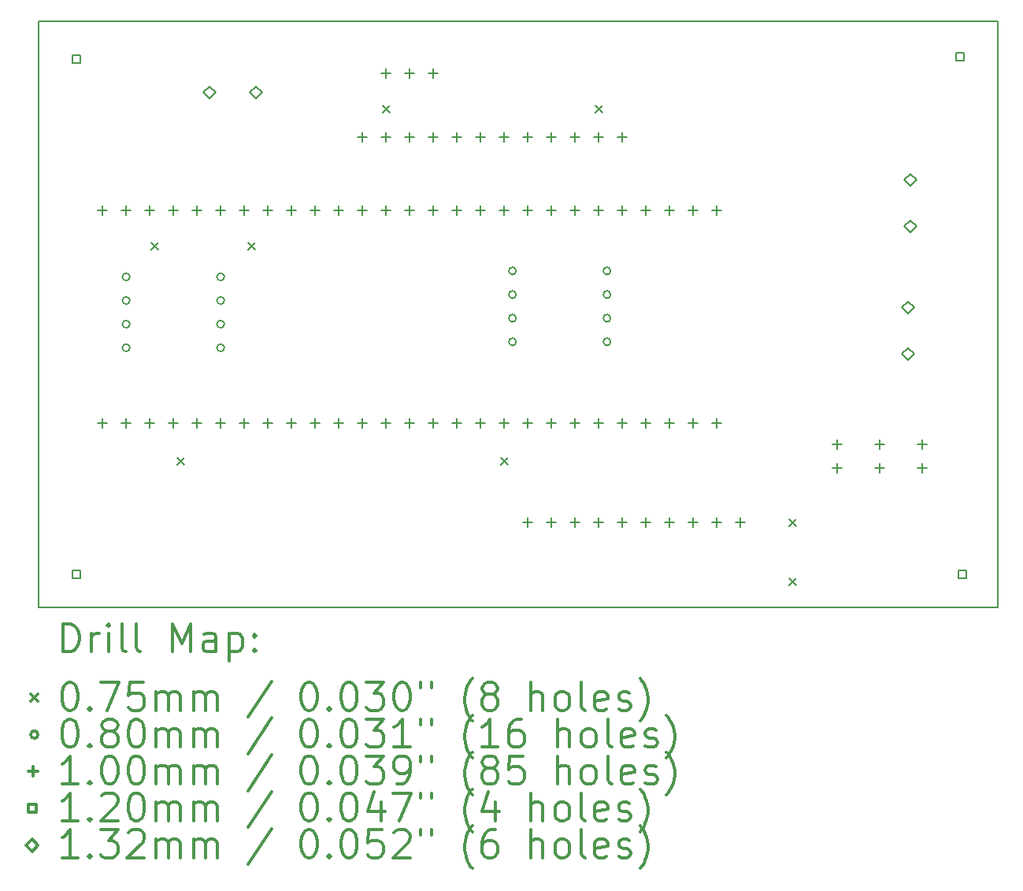
<source format=gbr>
%FSLAX45Y45*%
G04 Gerber Fmt 4.5, Leading zero omitted, Abs format (unit mm)*
G04 Created by KiCad (PCBNEW 4.0.7) date 03/26/19 15:31:23*
%MOMM*%
%LPD*%
G01*
G04 APERTURE LIST*
%ADD10C,0.127000*%
%ADD11C,0.150000*%
%ADD12C,0.200000*%
%ADD13C,0.300000*%
G04 APERTURE END LIST*
D10*
D11*
X9017000Y-4648200D02*
X9017000Y-10947400D01*
X19329400Y-10947400D02*
X9017000Y-10947400D01*
X19329400Y-4648200D02*
X19329400Y-10947400D01*
X9017000Y-4648200D02*
X19329400Y-4648200D01*
D12*
X10224100Y-7023700D02*
X10299100Y-7098700D01*
X10299100Y-7023700D02*
X10224100Y-7098700D01*
X10503500Y-9335100D02*
X10578500Y-9410100D01*
X10578500Y-9335100D02*
X10503500Y-9410100D01*
X11265500Y-7023700D02*
X11340500Y-7098700D01*
X11340500Y-7023700D02*
X11265500Y-7098700D01*
X12713300Y-5550500D02*
X12788300Y-5625500D01*
X12788300Y-5550500D02*
X12713300Y-5625500D01*
X13983300Y-9335100D02*
X14058300Y-9410100D01*
X14058300Y-9335100D02*
X13983300Y-9410100D01*
X14999300Y-5550500D02*
X15074300Y-5625500D01*
X15074300Y-5550500D02*
X14999300Y-5625500D01*
X17082100Y-9995500D02*
X17157100Y-10070500D01*
X17157100Y-9995500D02*
X17082100Y-10070500D01*
X17082100Y-10630500D02*
X17157100Y-10705500D01*
X17157100Y-10630500D02*
X17082100Y-10705500D01*
X9996800Y-7391400D02*
G75*
G03X9996800Y-7391400I-40000J0D01*
G01*
X9996800Y-7645400D02*
G75*
G03X9996800Y-7645400I-40000J0D01*
G01*
X9996800Y-7899400D02*
G75*
G03X9996800Y-7899400I-40000J0D01*
G01*
X9996800Y-8153400D02*
G75*
G03X9996800Y-8153400I-40000J0D01*
G01*
X11012800Y-7391400D02*
G75*
G03X11012800Y-7391400I-40000J0D01*
G01*
X11012800Y-7645400D02*
G75*
G03X11012800Y-7645400I-40000J0D01*
G01*
X11012800Y-7899400D02*
G75*
G03X11012800Y-7899400I-40000J0D01*
G01*
X11012800Y-8153400D02*
G75*
G03X11012800Y-8153400I-40000J0D01*
G01*
X14149700Y-7327900D02*
G75*
G03X14149700Y-7327900I-40000J0D01*
G01*
X14149700Y-7581900D02*
G75*
G03X14149700Y-7581900I-40000J0D01*
G01*
X14149700Y-7835900D02*
G75*
G03X14149700Y-7835900I-40000J0D01*
G01*
X14149700Y-8089900D02*
G75*
G03X14149700Y-8089900I-40000J0D01*
G01*
X15165700Y-7327900D02*
G75*
G03X15165700Y-7327900I-40000J0D01*
G01*
X15165700Y-7581900D02*
G75*
G03X15165700Y-7581900I-40000J0D01*
G01*
X15165700Y-7835900D02*
G75*
G03X15165700Y-7835900I-40000J0D01*
G01*
X15165700Y-8089900D02*
G75*
G03X15165700Y-8089900I-40000J0D01*
G01*
X9702800Y-6630200D02*
X9702800Y-6730200D01*
X9652800Y-6680200D02*
X9752800Y-6680200D01*
X9702800Y-8916200D02*
X9702800Y-9016200D01*
X9652800Y-8966200D02*
X9752800Y-8966200D01*
X9956800Y-6630200D02*
X9956800Y-6730200D01*
X9906800Y-6680200D02*
X10006800Y-6680200D01*
X9956800Y-8916200D02*
X9956800Y-9016200D01*
X9906800Y-8966200D02*
X10006800Y-8966200D01*
X10210800Y-6630200D02*
X10210800Y-6730200D01*
X10160800Y-6680200D02*
X10260800Y-6680200D01*
X10210800Y-8916200D02*
X10210800Y-9016200D01*
X10160800Y-8966200D02*
X10260800Y-8966200D01*
X10464800Y-6630200D02*
X10464800Y-6730200D01*
X10414800Y-6680200D02*
X10514800Y-6680200D01*
X10464800Y-8916200D02*
X10464800Y-9016200D01*
X10414800Y-8966200D02*
X10514800Y-8966200D01*
X10718800Y-6630200D02*
X10718800Y-6730200D01*
X10668800Y-6680200D02*
X10768800Y-6680200D01*
X10718800Y-8916200D02*
X10718800Y-9016200D01*
X10668800Y-8966200D02*
X10768800Y-8966200D01*
X10972800Y-6630200D02*
X10972800Y-6730200D01*
X10922800Y-6680200D02*
X11022800Y-6680200D01*
X10972800Y-8916200D02*
X10972800Y-9016200D01*
X10922800Y-8966200D02*
X11022800Y-8966200D01*
X11226800Y-6630200D02*
X11226800Y-6730200D01*
X11176800Y-6680200D02*
X11276800Y-6680200D01*
X11226800Y-8916200D02*
X11226800Y-9016200D01*
X11176800Y-8966200D02*
X11276800Y-8966200D01*
X11480800Y-6630200D02*
X11480800Y-6730200D01*
X11430800Y-6680200D02*
X11530800Y-6680200D01*
X11480800Y-8916200D02*
X11480800Y-9016200D01*
X11430800Y-8966200D02*
X11530800Y-8966200D01*
X11734800Y-6630200D02*
X11734800Y-6730200D01*
X11684800Y-6680200D02*
X11784800Y-6680200D01*
X11734800Y-8916200D02*
X11734800Y-9016200D01*
X11684800Y-8966200D02*
X11784800Y-8966200D01*
X11988800Y-6630200D02*
X11988800Y-6730200D01*
X11938800Y-6680200D02*
X12038800Y-6680200D01*
X11988800Y-8916200D02*
X11988800Y-9016200D01*
X11938800Y-8966200D02*
X12038800Y-8966200D01*
X12242800Y-6630200D02*
X12242800Y-6730200D01*
X12192800Y-6680200D02*
X12292800Y-6680200D01*
X12242800Y-8916200D02*
X12242800Y-9016200D01*
X12192800Y-8966200D02*
X12292800Y-8966200D01*
X12496800Y-5842800D02*
X12496800Y-5942800D01*
X12446800Y-5892800D02*
X12546800Y-5892800D01*
X12496800Y-6630200D02*
X12496800Y-6730200D01*
X12446800Y-6680200D02*
X12546800Y-6680200D01*
X12496800Y-8916200D02*
X12496800Y-9016200D01*
X12446800Y-8966200D02*
X12546800Y-8966200D01*
X12750800Y-5157000D02*
X12750800Y-5257000D01*
X12700800Y-5207000D02*
X12800800Y-5207000D01*
X12750800Y-5842800D02*
X12750800Y-5942800D01*
X12700800Y-5892800D02*
X12800800Y-5892800D01*
X12750800Y-6630200D02*
X12750800Y-6730200D01*
X12700800Y-6680200D02*
X12800800Y-6680200D01*
X12750800Y-8916200D02*
X12750800Y-9016200D01*
X12700800Y-8966200D02*
X12800800Y-8966200D01*
X13004800Y-5157000D02*
X13004800Y-5257000D01*
X12954800Y-5207000D02*
X13054800Y-5207000D01*
X13004800Y-5842800D02*
X13004800Y-5942800D01*
X12954800Y-5892800D02*
X13054800Y-5892800D01*
X13004800Y-6630200D02*
X13004800Y-6730200D01*
X12954800Y-6680200D02*
X13054800Y-6680200D01*
X13004800Y-8916200D02*
X13004800Y-9016200D01*
X12954800Y-8966200D02*
X13054800Y-8966200D01*
X13258800Y-5157000D02*
X13258800Y-5257000D01*
X13208800Y-5207000D02*
X13308800Y-5207000D01*
X13258800Y-5842800D02*
X13258800Y-5942800D01*
X13208800Y-5892800D02*
X13308800Y-5892800D01*
X13258800Y-6630200D02*
X13258800Y-6730200D01*
X13208800Y-6680200D02*
X13308800Y-6680200D01*
X13258800Y-8916200D02*
X13258800Y-9016200D01*
X13208800Y-8966200D02*
X13308800Y-8966200D01*
X13512800Y-5842800D02*
X13512800Y-5942800D01*
X13462800Y-5892800D02*
X13562800Y-5892800D01*
X13512800Y-6630200D02*
X13512800Y-6730200D01*
X13462800Y-6680200D02*
X13562800Y-6680200D01*
X13512800Y-8916200D02*
X13512800Y-9016200D01*
X13462800Y-8966200D02*
X13562800Y-8966200D01*
X13766800Y-5842800D02*
X13766800Y-5942800D01*
X13716800Y-5892800D02*
X13816800Y-5892800D01*
X13766800Y-6630200D02*
X13766800Y-6730200D01*
X13716800Y-6680200D02*
X13816800Y-6680200D01*
X13766800Y-8916200D02*
X13766800Y-9016200D01*
X13716800Y-8966200D02*
X13816800Y-8966200D01*
X14020800Y-5842800D02*
X14020800Y-5942800D01*
X13970800Y-5892800D02*
X14070800Y-5892800D01*
X14020800Y-6630200D02*
X14020800Y-6730200D01*
X13970800Y-6680200D02*
X14070800Y-6680200D01*
X14020800Y-8916200D02*
X14020800Y-9016200D01*
X13970800Y-8966200D02*
X14070800Y-8966200D01*
X14274800Y-5842800D02*
X14274800Y-5942800D01*
X14224800Y-5892800D02*
X14324800Y-5892800D01*
X14274800Y-6630200D02*
X14274800Y-6730200D01*
X14224800Y-6680200D02*
X14324800Y-6680200D01*
X14274800Y-8916200D02*
X14274800Y-9016200D01*
X14224800Y-8966200D02*
X14324800Y-8966200D01*
X14274800Y-9983000D02*
X14274800Y-10083000D01*
X14224800Y-10033000D02*
X14324800Y-10033000D01*
X14528800Y-5842800D02*
X14528800Y-5942800D01*
X14478800Y-5892800D02*
X14578800Y-5892800D01*
X14528800Y-6630200D02*
X14528800Y-6730200D01*
X14478800Y-6680200D02*
X14578800Y-6680200D01*
X14528800Y-8916200D02*
X14528800Y-9016200D01*
X14478800Y-8966200D02*
X14578800Y-8966200D01*
X14528800Y-9983000D02*
X14528800Y-10083000D01*
X14478800Y-10033000D02*
X14578800Y-10033000D01*
X14782800Y-5842800D02*
X14782800Y-5942800D01*
X14732800Y-5892800D02*
X14832800Y-5892800D01*
X14782800Y-6630200D02*
X14782800Y-6730200D01*
X14732800Y-6680200D02*
X14832800Y-6680200D01*
X14782800Y-8916200D02*
X14782800Y-9016200D01*
X14732800Y-8966200D02*
X14832800Y-8966200D01*
X14782800Y-9983000D02*
X14782800Y-10083000D01*
X14732800Y-10033000D02*
X14832800Y-10033000D01*
X15036800Y-5842800D02*
X15036800Y-5942800D01*
X14986800Y-5892800D02*
X15086800Y-5892800D01*
X15036800Y-6630200D02*
X15036800Y-6730200D01*
X14986800Y-6680200D02*
X15086800Y-6680200D01*
X15036800Y-8916200D02*
X15036800Y-9016200D01*
X14986800Y-8966200D02*
X15086800Y-8966200D01*
X15036800Y-9983000D02*
X15036800Y-10083000D01*
X14986800Y-10033000D02*
X15086800Y-10033000D01*
X15290800Y-5842800D02*
X15290800Y-5942800D01*
X15240800Y-5892800D02*
X15340800Y-5892800D01*
X15290800Y-6630200D02*
X15290800Y-6730200D01*
X15240800Y-6680200D02*
X15340800Y-6680200D01*
X15290800Y-8916200D02*
X15290800Y-9016200D01*
X15240800Y-8966200D02*
X15340800Y-8966200D01*
X15290800Y-9983000D02*
X15290800Y-10083000D01*
X15240800Y-10033000D02*
X15340800Y-10033000D01*
X15544800Y-6630200D02*
X15544800Y-6730200D01*
X15494800Y-6680200D02*
X15594800Y-6680200D01*
X15544800Y-8916200D02*
X15544800Y-9016200D01*
X15494800Y-8966200D02*
X15594800Y-8966200D01*
X15544800Y-9983000D02*
X15544800Y-10083000D01*
X15494800Y-10033000D02*
X15594800Y-10033000D01*
X15798800Y-6630200D02*
X15798800Y-6730200D01*
X15748800Y-6680200D02*
X15848800Y-6680200D01*
X15798800Y-8916200D02*
X15798800Y-9016200D01*
X15748800Y-8966200D02*
X15848800Y-8966200D01*
X15798800Y-9983000D02*
X15798800Y-10083000D01*
X15748800Y-10033000D02*
X15848800Y-10033000D01*
X16052800Y-6630200D02*
X16052800Y-6730200D01*
X16002800Y-6680200D02*
X16102800Y-6680200D01*
X16052800Y-8916200D02*
X16052800Y-9016200D01*
X16002800Y-8966200D02*
X16102800Y-8966200D01*
X16052800Y-9983000D02*
X16052800Y-10083000D01*
X16002800Y-10033000D02*
X16102800Y-10033000D01*
X16306800Y-6630200D02*
X16306800Y-6730200D01*
X16256800Y-6680200D02*
X16356800Y-6680200D01*
X16306800Y-8916200D02*
X16306800Y-9016200D01*
X16256800Y-8966200D02*
X16356800Y-8966200D01*
X16306800Y-9983000D02*
X16306800Y-10083000D01*
X16256800Y-10033000D02*
X16356800Y-10033000D01*
X16560800Y-9983000D02*
X16560800Y-10083000D01*
X16510800Y-10033000D02*
X16610800Y-10033000D01*
X17602200Y-9144800D02*
X17602200Y-9244800D01*
X17552200Y-9194800D02*
X17652200Y-9194800D01*
X17602200Y-9398800D02*
X17602200Y-9498800D01*
X17552200Y-9448800D02*
X17652200Y-9448800D01*
X18059400Y-9144800D02*
X18059400Y-9244800D01*
X18009400Y-9194800D02*
X18109400Y-9194800D01*
X18059400Y-9398800D02*
X18059400Y-9498800D01*
X18009400Y-9448800D02*
X18109400Y-9448800D01*
X18516600Y-9144800D02*
X18516600Y-9244800D01*
X18466600Y-9194800D02*
X18566600Y-9194800D01*
X18516600Y-9398800D02*
X18516600Y-9498800D01*
X18466600Y-9448800D02*
X18566600Y-9448800D01*
X9465787Y-5096987D02*
X9465787Y-5012213D01*
X9381013Y-5012213D01*
X9381013Y-5096987D01*
X9465787Y-5096987D01*
X9465787Y-10634187D02*
X9465787Y-10549413D01*
X9381013Y-10549413D01*
X9381013Y-10634187D01*
X9465787Y-10634187D01*
X18965387Y-5071587D02*
X18965387Y-4986813D01*
X18880613Y-4986813D01*
X18880613Y-5071587D01*
X18965387Y-5071587D01*
X18990787Y-10634187D02*
X18990787Y-10549413D01*
X18906013Y-10549413D01*
X18906013Y-10634187D01*
X18990787Y-10634187D01*
X10853800Y-5476200D02*
X10919800Y-5410200D01*
X10853800Y-5344200D01*
X10787800Y-5410200D01*
X10853800Y-5476200D01*
X11353800Y-5476200D02*
X11419800Y-5410200D01*
X11353800Y-5344200D01*
X11287800Y-5410200D01*
X11353800Y-5476200D01*
X18364200Y-7787600D02*
X18430200Y-7721600D01*
X18364200Y-7655600D01*
X18298200Y-7721600D01*
X18364200Y-7787600D01*
X18364200Y-8287600D02*
X18430200Y-8221600D01*
X18364200Y-8155600D01*
X18298200Y-8221600D01*
X18364200Y-8287600D01*
X18389600Y-6416000D02*
X18455600Y-6350000D01*
X18389600Y-6284000D01*
X18323600Y-6350000D01*
X18389600Y-6416000D01*
X18389600Y-6916000D02*
X18455600Y-6850000D01*
X18389600Y-6784000D01*
X18323600Y-6850000D01*
X18389600Y-6916000D01*
D13*
X9280929Y-11420614D02*
X9280929Y-11120614D01*
X9352357Y-11120614D01*
X9395214Y-11134900D01*
X9423786Y-11163472D01*
X9438071Y-11192043D01*
X9452357Y-11249186D01*
X9452357Y-11292043D01*
X9438071Y-11349186D01*
X9423786Y-11377757D01*
X9395214Y-11406329D01*
X9352357Y-11420614D01*
X9280929Y-11420614D01*
X9580929Y-11420614D02*
X9580929Y-11220614D01*
X9580929Y-11277757D02*
X9595214Y-11249186D01*
X9609500Y-11234900D01*
X9638071Y-11220614D01*
X9666643Y-11220614D01*
X9766643Y-11420614D02*
X9766643Y-11220614D01*
X9766643Y-11120614D02*
X9752357Y-11134900D01*
X9766643Y-11149186D01*
X9780929Y-11134900D01*
X9766643Y-11120614D01*
X9766643Y-11149186D01*
X9952357Y-11420614D02*
X9923786Y-11406329D01*
X9909500Y-11377757D01*
X9909500Y-11120614D01*
X10109500Y-11420614D02*
X10080929Y-11406329D01*
X10066643Y-11377757D01*
X10066643Y-11120614D01*
X10452357Y-11420614D02*
X10452357Y-11120614D01*
X10552357Y-11334900D01*
X10652357Y-11120614D01*
X10652357Y-11420614D01*
X10923786Y-11420614D02*
X10923786Y-11263471D01*
X10909500Y-11234900D01*
X10880929Y-11220614D01*
X10823786Y-11220614D01*
X10795214Y-11234900D01*
X10923786Y-11406329D02*
X10895214Y-11420614D01*
X10823786Y-11420614D01*
X10795214Y-11406329D01*
X10780929Y-11377757D01*
X10780929Y-11349186D01*
X10795214Y-11320614D01*
X10823786Y-11306329D01*
X10895214Y-11306329D01*
X10923786Y-11292043D01*
X11066643Y-11220614D02*
X11066643Y-11520614D01*
X11066643Y-11234900D02*
X11095214Y-11220614D01*
X11152357Y-11220614D01*
X11180929Y-11234900D01*
X11195214Y-11249186D01*
X11209500Y-11277757D01*
X11209500Y-11363471D01*
X11195214Y-11392043D01*
X11180929Y-11406329D01*
X11152357Y-11420614D01*
X11095214Y-11420614D01*
X11066643Y-11406329D01*
X11338071Y-11392043D02*
X11352357Y-11406329D01*
X11338071Y-11420614D01*
X11323786Y-11406329D01*
X11338071Y-11392043D01*
X11338071Y-11420614D01*
X11338071Y-11234900D02*
X11352357Y-11249186D01*
X11338071Y-11263471D01*
X11323786Y-11249186D01*
X11338071Y-11234900D01*
X11338071Y-11263471D01*
X8934500Y-11877400D02*
X9009500Y-11952400D01*
X9009500Y-11877400D02*
X8934500Y-11952400D01*
X9338071Y-11750614D02*
X9366643Y-11750614D01*
X9395214Y-11764900D01*
X9409500Y-11779186D01*
X9423786Y-11807757D01*
X9438071Y-11864900D01*
X9438071Y-11936329D01*
X9423786Y-11993471D01*
X9409500Y-12022043D01*
X9395214Y-12036329D01*
X9366643Y-12050614D01*
X9338071Y-12050614D01*
X9309500Y-12036329D01*
X9295214Y-12022043D01*
X9280929Y-11993471D01*
X9266643Y-11936329D01*
X9266643Y-11864900D01*
X9280929Y-11807757D01*
X9295214Y-11779186D01*
X9309500Y-11764900D01*
X9338071Y-11750614D01*
X9566643Y-12022043D02*
X9580929Y-12036329D01*
X9566643Y-12050614D01*
X9552357Y-12036329D01*
X9566643Y-12022043D01*
X9566643Y-12050614D01*
X9680928Y-11750614D02*
X9880928Y-11750614D01*
X9752357Y-12050614D01*
X10138071Y-11750614D02*
X9995214Y-11750614D01*
X9980929Y-11893471D01*
X9995214Y-11879186D01*
X10023786Y-11864900D01*
X10095214Y-11864900D01*
X10123786Y-11879186D01*
X10138071Y-11893471D01*
X10152357Y-11922043D01*
X10152357Y-11993471D01*
X10138071Y-12022043D01*
X10123786Y-12036329D01*
X10095214Y-12050614D01*
X10023786Y-12050614D01*
X9995214Y-12036329D01*
X9980929Y-12022043D01*
X10280929Y-12050614D02*
X10280929Y-11850614D01*
X10280929Y-11879186D02*
X10295214Y-11864900D01*
X10323786Y-11850614D01*
X10366643Y-11850614D01*
X10395214Y-11864900D01*
X10409500Y-11893471D01*
X10409500Y-12050614D01*
X10409500Y-11893471D02*
X10423786Y-11864900D01*
X10452357Y-11850614D01*
X10495214Y-11850614D01*
X10523786Y-11864900D01*
X10538071Y-11893471D01*
X10538071Y-12050614D01*
X10680929Y-12050614D02*
X10680929Y-11850614D01*
X10680929Y-11879186D02*
X10695214Y-11864900D01*
X10723786Y-11850614D01*
X10766643Y-11850614D01*
X10795214Y-11864900D01*
X10809500Y-11893471D01*
X10809500Y-12050614D01*
X10809500Y-11893471D02*
X10823786Y-11864900D01*
X10852357Y-11850614D01*
X10895214Y-11850614D01*
X10923786Y-11864900D01*
X10938071Y-11893471D01*
X10938071Y-12050614D01*
X11523786Y-11736329D02*
X11266643Y-12122043D01*
X11909500Y-11750614D02*
X11938071Y-11750614D01*
X11966643Y-11764900D01*
X11980928Y-11779186D01*
X11995214Y-11807757D01*
X12009500Y-11864900D01*
X12009500Y-11936329D01*
X11995214Y-11993471D01*
X11980928Y-12022043D01*
X11966643Y-12036329D01*
X11938071Y-12050614D01*
X11909500Y-12050614D01*
X11880928Y-12036329D01*
X11866643Y-12022043D01*
X11852357Y-11993471D01*
X11838071Y-11936329D01*
X11838071Y-11864900D01*
X11852357Y-11807757D01*
X11866643Y-11779186D01*
X11880928Y-11764900D01*
X11909500Y-11750614D01*
X12138071Y-12022043D02*
X12152357Y-12036329D01*
X12138071Y-12050614D01*
X12123786Y-12036329D01*
X12138071Y-12022043D01*
X12138071Y-12050614D01*
X12338071Y-11750614D02*
X12366643Y-11750614D01*
X12395214Y-11764900D01*
X12409500Y-11779186D01*
X12423785Y-11807757D01*
X12438071Y-11864900D01*
X12438071Y-11936329D01*
X12423785Y-11993471D01*
X12409500Y-12022043D01*
X12395214Y-12036329D01*
X12366643Y-12050614D01*
X12338071Y-12050614D01*
X12309500Y-12036329D01*
X12295214Y-12022043D01*
X12280928Y-11993471D01*
X12266643Y-11936329D01*
X12266643Y-11864900D01*
X12280928Y-11807757D01*
X12295214Y-11779186D01*
X12309500Y-11764900D01*
X12338071Y-11750614D01*
X12538071Y-11750614D02*
X12723785Y-11750614D01*
X12623785Y-11864900D01*
X12666643Y-11864900D01*
X12695214Y-11879186D01*
X12709500Y-11893471D01*
X12723785Y-11922043D01*
X12723785Y-11993471D01*
X12709500Y-12022043D01*
X12695214Y-12036329D01*
X12666643Y-12050614D01*
X12580928Y-12050614D01*
X12552357Y-12036329D01*
X12538071Y-12022043D01*
X12909500Y-11750614D02*
X12938071Y-11750614D01*
X12966643Y-11764900D01*
X12980928Y-11779186D01*
X12995214Y-11807757D01*
X13009500Y-11864900D01*
X13009500Y-11936329D01*
X12995214Y-11993471D01*
X12980928Y-12022043D01*
X12966643Y-12036329D01*
X12938071Y-12050614D01*
X12909500Y-12050614D01*
X12880928Y-12036329D01*
X12866643Y-12022043D01*
X12852357Y-11993471D01*
X12838071Y-11936329D01*
X12838071Y-11864900D01*
X12852357Y-11807757D01*
X12866643Y-11779186D01*
X12880928Y-11764900D01*
X12909500Y-11750614D01*
X13123786Y-11750614D02*
X13123786Y-11807757D01*
X13238071Y-11750614D02*
X13238071Y-11807757D01*
X13680928Y-12164900D02*
X13666643Y-12150614D01*
X13638071Y-12107757D01*
X13623785Y-12079186D01*
X13609500Y-12036329D01*
X13595214Y-11964900D01*
X13595214Y-11907757D01*
X13609500Y-11836329D01*
X13623785Y-11793471D01*
X13638071Y-11764900D01*
X13666643Y-11722043D01*
X13680928Y-11707757D01*
X13838071Y-11879186D02*
X13809500Y-11864900D01*
X13795214Y-11850614D01*
X13780928Y-11822043D01*
X13780928Y-11807757D01*
X13795214Y-11779186D01*
X13809500Y-11764900D01*
X13838071Y-11750614D01*
X13895214Y-11750614D01*
X13923785Y-11764900D01*
X13938071Y-11779186D01*
X13952357Y-11807757D01*
X13952357Y-11822043D01*
X13938071Y-11850614D01*
X13923785Y-11864900D01*
X13895214Y-11879186D01*
X13838071Y-11879186D01*
X13809500Y-11893471D01*
X13795214Y-11907757D01*
X13780928Y-11936329D01*
X13780928Y-11993471D01*
X13795214Y-12022043D01*
X13809500Y-12036329D01*
X13838071Y-12050614D01*
X13895214Y-12050614D01*
X13923785Y-12036329D01*
X13938071Y-12022043D01*
X13952357Y-11993471D01*
X13952357Y-11936329D01*
X13938071Y-11907757D01*
X13923785Y-11893471D01*
X13895214Y-11879186D01*
X14309500Y-12050614D02*
X14309500Y-11750614D01*
X14438071Y-12050614D02*
X14438071Y-11893471D01*
X14423785Y-11864900D01*
X14395214Y-11850614D01*
X14352357Y-11850614D01*
X14323785Y-11864900D01*
X14309500Y-11879186D01*
X14623785Y-12050614D02*
X14595214Y-12036329D01*
X14580928Y-12022043D01*
X14566643Y-11993471D01*
X14566643Y-11907757D01*
X14580928Y-11879186D01*
X14595214Y-11864900D01*
X14623785Y-11850614D01*
X14666643Y-11850614D01*
X14695214Y-11864900D01*
X14709500Y-11879186D01*
X14723785Y-11907757D01*
X14723785Y-11993471D01*
X14709500Y-12022043D01*
X14695214Y-12036329D01*
X14666643Y-12050614D01*
X14623785Y-12050614D01*
X14895214Y-12050614D02*
X14866643Y-12036329D01*
X14852357Y-12007757D01*
X14852357Y-11750614D01*
X15123786Y-12036329D02*
X15095214Y-12050614D01*
X15038071Y-12050614D01*
X15009500Y-12036329D01*
X14995214Y-12007757D01*
X14995214Y-11893471D01*
X15009500Y-11864900D01*
X15038071Y-11850614D01*
X15095214Y-11850614D01*
X15123786Y-11864900D01*
X15138071Y-11893471D01*
X15138071Y-11922043D01*
X14995214Y-11950614D01*
X15252357Y-12036329D02*
X15280928Y-12050614D01*
X15338071Y-12050614D01*
X15366643Y-12036329D01*
X15380928Y-12007757D01*
X15380928Y-11993471D01*
X15366643Y-11964900D01*
X15338071Y-11950614D01*
X15295214Y-11950614D01*
X15266643Y-11936329D01*
X15252357Y-11907757D01*
X15252357Y-11893471D01*
X15266643Y-11864900D01*
X15295214Y-11850614D01*
X15338071Y-11850614D01*
X15366643Y-11864900D01*
X15480928Y-12164900D02*
X15495214Y-12150614D01*
X15523786Y-12107757D01*
X15538071Y-12079186D01*
X15552357Y-12036329D01*
X15566643Y-11964900D01*
X15566643Y-11907757D01*
X15552357Y-11836329D01*
X15538071Y-11793471D01*
X15523786Y-11764900D01*
X15495214Y-11722043D01*
X15480928Y-11707757D01*
X9009500Y-12310900D02*
G75*
G03X9009500Y-12310900I-40000J0D01*
G01*
X9338071Y-12146614D02*
X9366643Y-12146614D01*
X9395214Y-12160900D01*
X9409500Y-12175186D01*
X9423786Y-12203757D01*
X9438071Y-12260900D01*
X9438071Y-12332329D01*
X9423786Y-12389471D01*
X9409500Y-12418043D01*
X9395214Y-12432329D01*
X9366643Y-12446614D01*
X9338071Y-12446614D01*
X9309500Y-12432329D01*
X9295214Y-12418043D01*
X9280929Y-12389471D01*
X9266643Y-12332329D01*
X9266643Y-12260900D01*
X9280929Y-12203757D01*
X9295214Y-12175186D01*
X9309500Y-12160900D01*
X9338071Y-12146614D01*
X9566643Y-12418043D02*
X9580929Y-12432329D01*
X9566643Y-12446614D01*
X9552357Y-12432329D01*
X9566643Y-12418043D01*
X9566643Y-12446614D01*
X9752357Y-12275186D02*
X9723786Y-12260900D01*
X9709500Y-12246614D01*
X9695214Y-12218043D01*
X9695214Y-12203757D01*
X9709500Y-12175186D01*
X9723786Y-12160900D01*
X9752357Y-12146614D01*
X9809500Y-12146614D01*
X9838071Y-12160900D01*
X9852357Y-12175186D01*
X9866643Y-12203757D01*
X9866643Y-12218043D01*
X9852357Y-12246614D01*
X9838071Y-12260900D01*
X9809500Y-12275186D01*
X9752357Y-12275186D01*
X9723786Y-12289471D01*
X9709500Y-12303757D01*
X9695214Y-12332329D01*
X9695214Y-12389471D01*
X9709500Y-12418043D01*
X9723786Y-12432329D01*
X9752357Y-12446614D01*
X9809500Y-12446614D01*
X9838071Y-12432329D01*
X9852357Y-12418043D01*
X9866643Y-12389471D01*
X9866643Y-12332329D01*
X9852357Y-12303757D01*
X9838071Y-12289471D01*
X9809500Y-12275186D01*
X10052357Y-12146614D02*
X10080929Y-12146614D01*
X10109500Y-12160900D01*
X10123786Y-12175186D01*
X10138071Y-12203757D01*
X10152357Y-12260900D01*
X10152357Y-12332329D01*
X10138071Y-12389471D01*
X10123786Y-12418043D01*
X10109500Y-12432329D01*
X10080929Y-12446614D01*
X10052357Y-12446614D01*
X10023786Y-12432329D01*
X10009500Y-12418043D01*
X9995214Y-12389471D01*
X9980929Y-12332329D01*
X9980929Y-12260900D01*
X9995214Y-12203757D01*
X10009500Y-12175186D01*
X10023786Y-12160900D01*
X10052357Y-12146614D01*
X10280929Y-12446614D02*
X10280929Y-12246614D01*
X10280929Y-12275186D02*
X10295214Y-12260900D01*
X10323786Y-12246614D01*
X10366643Y-12246614D01*
X10395214Y-12260900D01*
X10409500Y-12289471D01*
X10409500Y-12446614D01*
X10409500Y-12289471D02*
X10423786Y-12260900D01*
X10452357Y-12246614D01*
X10495214Y-12246614D01*
X10523786Y-12260900D01*
X10538071Y-12289471D01*
X10538071Y-12446614D01*
X10680929Y-12446614D02*
X10680929Y-12246614D01*
X10680929Y-12275186D02*
X10695214Y-12260900D01*
X10723786Y-12246614D01*
X10766643Y-12246614D01*
X10795214Y-12260900D01*
X10809500Y-12289471D01*
X10809500Y-12446614D01*
X10809500Y-12289471D02*
X10823786Y-12260900D01*
X10852357Y-12246614D01*
X10895214Y-12246614D01*
X10923786Y-12260900D01*
X10938071Y-12289471D01*
X10938071Y-12446614D01*
X11523786Y-12132329D02*
X11266643Y-12518043D01*
X11909500Y-12146614D02*
X11938071Y-12146614D01*
X11966643Y-12160900D01*
X11980928Y-12175186D01*
X11995214Y-12203757D01*
X12009500Y-12260900D01*
X12009500Y-12332329D01*
X11995214Y-12389471D01*
X11980928Y-12418043D01*
X11966643Y-12432329D01*
X11938071Y-12446614D01*
X11909500Y-12446614D01*
X11880928Y-12432329D01*
X11866643Y-12418043D01*
X11852357Y-12389471D01*
X11838071Y-12332329D01*
X11838071Y-12260900D01*
X11852357Y-12203757D01*
X11866643Y-12175186D01*
X11880928Y-12160900D01*
X11909500Y-12146614D01*
X12138071Y-12418043D02*
X12152357Y-12432329D01*
X12138071Y-12446614D01*
X12123786Y-12432329D01*
X12138071Y-12418043D01*
X12138071Y-12446614D01*
X12338071Y-12146614D02*
X12366643Y-12146614D01*
X12395214Y-12160900D01*
X12409500Y-12175186D01*
X12423785Y-12203757D01*
X12438071Y-12260900D01*
X12438071Y-12332329D01*
X12423785Y-12389471D01*
X12409500Y-12418043D01*
X12395214Y-12432329D01*
X12366643Y-12446614D01*
X12338071Y-12446614D01*
X12309500Y-12432329D01*
X12295214Y-12418043D01*
X12280928Y-12389471D01*
X12266643Y-12332329D01*
X12266643Y-12260900D01*
X12280928Y-12203757D01*
X12295214Y-12175186D01*
X12309500Y-12160900D01*
X12338071Y-12146614D01*
X12538071Y-12146614D02*
X12723785Y-12146614D01*
X12623785Y-12260900D01*
X12666643Y-12260900D01*
X12695214Y-12275186D01*
X12709500Y-12289471D01*
X12723785Y-12318043D01*
X12723785Y-12389471D01*
X12709500Y-12418043D01*
X12695214Y-12432329D01*
X12666643Y-12446614D01*
X12580928Y-12446614D01*
X12552357Y-12432329D01*
X12538071Y-12418043D01*
X13009500Y-12446614D02*
X12838071Y-12446614D01*
X12923785Y-12446614D02*
X12923785Y-12146614D01*
X12895214Y-12189471D01*
X12866643Y-12218043D01*
X12838071Y-12232329D01*
X13123786Y-12146614D02*
X13123786Y-12203757D01*
X13238071Y-12146614D02*
X13238071Y-12203757D01*
X13680928Y-12560900D02*
X13666643Y-12546614D01*
X13638071Y-12503757D01*
X13623785Y-12475186D01*
X13609500Y-12432329D01*
X13595214Y-12360900D01*
X13595214Y-12303757D01*
X13609500Y-12232329D01*
X13623785Y-12189471D01*
X13638071Y-12160900D01*
X13666643Y-12118043D01*
X13680928Y-12103757D01*
X13952357Y-12446614D02*
X13780928Y-12446614D01*
X13866643Y-12446614D02*
X13866643Y-12146614D01*
X13838071Y-12189471D01*
X13809500Y-12218043D01*
X13780928Y-12232329D01*
X14209500Y-12146614D02*
X14152357Y-12146614D01*
X14123785Y-12160900D01*
X14109500Y-12175186D01*
X14080928Y-12218043D01*
X14066643Y-12275186D01*
X14066643Y-12389471D01*
X14080928Y-12418043D01*
X14095214Y-12432329D01*
X14123785Y-12446614D01*
X14180928Y-12446614D01*
X14209500Y-12432329D01*
X14223785Y-12418043D01*
X14238071Y-12389471D01*
X14238071Y-12318043D01*
X14223785Y-12289471D01*
X14209500Y-12275186D01*
X14180928Y-12260900D01*
X14123785Y-12260900D01*
X14095214Y-12275186D01*
X14080928Y-12289471D01*
X14066643Y-12318043D01*
X14595214Y-12446614D02*
X14595214Y-12146614D01*
X14723785Y-12446614D02*
X14723785Y-12289471D01*
X14709500Y-12260900D01*
X14680928Y-12246614D01*
X14638071Y-12246614D01*
X14609500Y-12260900D01*
X14595214Y-12275186D01*
X14909500Y-12446614D02*
X14880928Y-12432329D01*
X14866643Y-12418043D01*
X14852357Y-12389471D01*
X14852357Y-12303757D01*
X14866643Y-12275186D01*
X14880928Y-12260900D01*
X14909500Y-12246614D01*
X14952357Y-12246614D01*
X14980928Y-12260900D01*
X14995214Y-12275186D01*
X15009500Y-12303757D01*
X15009500Y-12389471D01*
X14995214Y-12418043D01*
X14980928Y-12432329D01*
X14952357Y-12446614D01*
X14909500Y-12446614D01*
X15180928Y-12446614D02*
X15152357Y-12432329D01*
X15138071Y-12403757D01*
X15138071Y-12146614D01*
X15409500Y-12432329D02*
X15380928Y-12446614D01*
X15323786Y-12446614D01*
X15295214Y-12432329D01*
X15280928Y-12403757D01*
X15280928Y-12289471D01*
X15295214Y-12260900D01*
X15323786Y-12246614D01*
X15380928Y-12246614D01*
X15409500Y-12260900D01*
X15423786Y-12289471D01*
X15423786Y-12318043D01*
X15280928Y-12346614D01*
X15538071Y-12432329D02*
X15566643Y-12446614D01*
X15623786Y-12446614D01*
X15652357Y-12432329D01*
X15666643Y-12403757D01*
X15666643Y-12389471D01*
X15652357Y-12360900D01*
X15623786Y-12346614D01*
X15580928Y-12346614D01*
X15552357Y-12332329D01*
X15538071Y-12303757D01*
X15538071Y-12289471D01*
X15552357Y-12260900D01*
X15580928Y-12246614D01*
X15623786Y-12246614D01*
X15652357Y-12260900D01*
X15766643Y-12560900D02*
X15780928Y-12546614D01*
X15809500Y-12503757D01*
X15823786Y-12475186D01*
X15838071Y-12432329D01*
X15852357Y-12360900D01*
X15852357Y-12303757D01*
X15838071Y-12232329D01*
X15823786Y-12189471D01*
X15809500Y-12160900D01*
X15780928Y-12118043D01*
X15766643Y-12103757D01*
X8959500Y-12656900D02*
X8959500Y-12756900D01*
X8909500Y-12706900D02*
X9009500Y-12706900D01*
X9438071Y-12842614D02*
X9266643Y-12842614D01*
X9352357Y-12842614D02*
X9352357Y-12542614D01*
X9323786Y-12585471D01*
X9295214Y-12614043D01*
X9266643Y-12628329D01*
X9566643Y-12814043D02*
X9580929Y-12828329D01*
X9566643Y-12842614D01*
X9552357Y-12828329D01*
X9566643Y-12814043D01*
X9566643Y-12842614D01*
X9766643Y-12542614D02*
X9795214Y-12542614D01*
X9823786Y-12556900D01*
X9838071Y-12571186D01*
X9852357Y-12599757D01*
X9866643Y-12656900D01*
X9866643Y-12728329D01*
X9852357Y-12785471D01*
X9838071Y-12814043D01*
X9823786Y-12828329D01*
X9795214Y-12842614D01*
X9766643Y-12842614D01*
X9738071Y-12828329D01*
X9723786Y-12814043D01*
X9709500Y-12785471D01*
X9695214Y-12728329D01*
X9695214Y-12656900D01*
X9709500Y-12599757D01*
X9723786Y-12571186D01*
X9738071Y-12556900D01*
X9766643Y-12542614D01*
X10052357Y-12542614D02*
X10080929Y-12542614D01*
X10109500Y-12556900D01*
X10123786Y-12571186D01*
X10138071Y-12599757D01*
X10152357Y-12656900D01*
X10152357Y-12728329D01*
X10138071Y-12785471D01*
X10123786Y-12814043D01*
X10109500Y-12828329D01*
X10080929Y-12842614D01*
X10052357Y-12842614D01*
X10023786Y-12828329D01*
X10009500Y-12814043D01*
X9995214Y-12785471D01*
X9980929Y-12728329D01*
X9980929Y-12656900D01*
X9995214Y-12599757D01*
X10009500Y-12571186D01*
X10023786Y-12556900D01*
X10052357Y-12542614D01*
X10280929Y-12842614D02*
X10280929Y-12642614D01*
X10280929Y-12671186D02*
X10295214Y-12656900D01*
X10323786Y-12642614D01*
X10366643Y-12642614D01*
X10395214Y-12656900D01*
X10409500Y-12685471D01*
X10409500Y-12842614D01*
X10409500Y-12685471D02*
X10423786Y-12656900D01*
X10452357Y-12642614D01*
X10495214Y-12642614D01*
X10523786Y-12656900D01*
X10538071Y-12685471D01*
X10538071Y-12842614D01*
X10680929Y-12842614D02*
X10680929Y-12642614D01*
X10680929Y-12671186D02*
X10695214Y-12656900D01*
X10723786Y-12642614D01*
X10766643Y-12642614D01*
X10795214Y-12656900D01*
X10809500Y-12685471D01*
X10809500Y-12842614D01*
X10809500Y-12685471D02*
X10823786Y-12656900D01*
X10852357Y-12642614D01*
X10895214Y-12642614D01*
X10923786Y-12656900D01*
X10938071Y-12685471D01*
X10938071Y-12842614D01*
X11523786Y-12528329D02*
X11266643Y-12914043D01*
X11909500Y-12542614D02*
X11938071Y-12542614D01*
X11966643Y-12556900D01*
X11980928Y-12571186D01*
X11995214Y-12599757D01*
X12009500Y-12656900D01*
X12009500Y-12728329D01*
X11995214Y-12785471D01*
X11980928Y-12814043D01*
X11966643Y-12828329D01*
X11938071Y-12842614D01*
X11909500Y-12842614D01*
X11880928Y-12828329D01*
X11866643Y-12814043D01*
X11852357Y-12785471D01*
X11838071Y-12728329D01*
X11838071Y-12656900D01*
X11852357Y-12599757D01*
X11866643Y-12571186D01*
X11880928Y-12556900D01*
X11909500Y-12542614D01*
X12138071Y-12814043D02*
X12152357Y-12828329D01*
X12138071Y-12842614D01*
X12123786Y-12828329D01*
X12138071Y-12814043D01*
X12138071Y-12842614D01*
X12338071Y-12542614D02*
X12366643Y-12542614D01*
X12395214Y-12556900D01*
X12409500Y-12571186D01*
X12423785Y-12599757D01*
X12438071Y-12656900D01*
X12438071Y-12728329D01*
X12423785Y-12785471D01*
X12409500Y-12814043D01*
X12395214Y-12828329D01*
X12366643Y-12842614D01*
X12338071Y-12842614D01*
X12309500Y-12828329D01*
X12295214Y-12814043D01*
X12280928Y-12785471D01*
X12266643Y-12728329D01*
X12266643Y-12656900D01*
X12280928Y-12599757D01*
X12295214Y-12571186D01*
X12309500Y-12556900D01*
X12338071Y-12542614D01*
X12538071Y-12542614D02*
X12723785Y-12542614D01*
X12623785Y-12656900D01*
X12666643Y-12656900D01*
X12695214Y-12671186D01*
X12709500Y-12685471D01*
X12723785Y-12714043D01*
X12723785Y-12785471D01*
X12709500Y-12814043D01*
X12695214Y-12828329D01*
X12666643Y-12842614D01*
X12580928Y-12842614D01*
X12552357Y-12828329D01*
X12538071Y-12814043D01*
X12866643Y-12842614D02*
X12923785Y-12842614D01*
X12952357Y-12828329D01*
X12966643Y-12814043D01*
X12995214Y-12771186D01*
X13009500Y-12714043D01*
X13009500Y-12599757D01*
X12995214Y-12571186D01*
X12980928Y-12556900D01*
X12952357Y-12542614D01*
X12895214Y-12542614D01*
X12866643Y-12556900D01*
X12852357Y-12571186D01*
X12838071Y-12599757D01*
X12838071Y-12671186D01*
X12852357Y-12699757D01*
X12866643Y-12714043D01*
X12895214Y-12728329D01*
X12952357Y-12728329D01*
X12980928Y-12714043D01*
X12995214Y-12699757D01*
X13009500Y-12671186D01*
X13123786Y-12542614D02*
X13123786Y-12599757D01*
X13238071Y-12542614D02*
X13238071Y-12599757D01*
X13680928Y-12956900D02*
X13666643Y-12942614D01*
X13638071Y-12899757D01*
X13623785Y-12871186D01*
X13609500Y-12828329D01*
X13595214Y-12756900D01*
X13595214Y-12699757D01*
X13609500Y-12628329D01*
X13623785Y-12585471D01*
X13638071Y-12556900D01*
X13666643Y-12514043D01*
X13680928Y-12499757D01*
X13838071Y-12671186D02*
X13809500Y-12656900D01*
X13795214Y-12642614D01*
X13780928Y-12614043D01*
X13780928Y-12599757D01*
X13795214Y-12571186D01*
X13809500Y-12556900D01*
X13838071Y-12542614D01*
X13895214Y-12542614D01*
X13923785Y-12556900D01*
X13938071Y-12571186D01*
X13952357Y-12599757D01*
X13952357Y-12614043D01*
X13938071Y-12642614D01*
X13923785Y-12656900D01*
X13895214Y-12671186D01*
X13838071Y-12671186D01*
X13809500Y-12685471D01*
X13795214Y-12699757D01*
X13780928Y-12728329D01*
X13780928Y-12785471D01*
X13795214Y-12814043D01*
X13809500Y-12828329D01*
X13838071Y-12842614D01*
X13895214Y-12842614D01*
X13923785Y-12828329D01*
X13938071Y-12814043D01*
X13952357Y-12785471D01*
X13952357Y-12728329D01*
X13938071Y-12699757D01*
X13923785Y-12685471D01*
X13895214Y-12671186D01*
X14223785Y-12542614D02*
X14080928Y-12542614D01*
X14066643Y-12685471D01*
X14080928Y-12671186D01*
X14109500Y-12656900D01*
X14180928Y-12656900D01*
X14209500Y-12671186D01*
X14223785Y-12685471D01*
X14238071Y-12714043D01*
X14238071Y-12785471D01*
X14223785Y-12814043D01*
X14209500Y-12828329D01*
X14180928Y-12842614D01*
X14109500Y-12842614D01*
X14080928Y-12828329D01*
X14066643Y-12814043D01*
X14595214Y-12842614D02*
X14595214Y-12542614D01*
X14723785Y-12842614D02*
X14723785Y-12685471D01*
X14709500Y-12656900D01*
X14680928Y-12642614D01*
X14638071Y-12642614D01*
X14609500Y-12656900D01*
X14595214Y-12671186D01*
X14909500Y-12842614D02*
X14880928Y-12828329D01*
X14866643Y-12814043D01*
X14852357Y-12785471D01*
X14852357Y-12699757D01*
X14866643Y-12671186D01*
X14880928Y-12656900D01*
X14909500Y-12642614D01*
X14952357Y-12642614D01*
X14980928Y-12656900D01*
X14995214Y-12671186D01*
X15009500Y-12699757D01*
X15009500Y-12785471D01*
X14995214Y-12814043D01*
X14980928Y-12828329D01*
X14952357Y-12842614D01*
X14909500Y-12842614D01*
X15180928Y-12842614D02*
X15152357Y-12828329D01*
X15138071Y-12799757D01*
X15138071Y-12542614D01*
X15409500Y-12828329D02*
X15380928Y-12842614D01*
X15323786Y-12842614D01*
X15295214Y-12828329D01*
X15280928Y-12799757D01*
X15280928Y-12685471D01*
X15295214Y-12656900D01*
X15323786Y-12642614D01*
X15380928Y-12642614D01*
X15409500Y-12656900D01*
X15423786Y-12685471D01*
X15423786Y-12714043D01*
X15280928Y-12742614D01*
X15538071Y-12828329D02*
X15566643Y-12842614D01*
X15623786Y-12842614D01*
X15652357Y-12828329D01*
X15666643Y-12799757D01*
X15666643Y-12785471D01*
X15652357Y-12756900D01*
X15623786Y-12742614D01*
X15580928Y-12742614D01*
X15552357Y-12728329D01*
X15538071Y-12699757D01*
X15538071Y-12685471D01*
X15552357Y-12656900D01*
X15580928Y-12642614D01*
X15623786Y-12642614D01*
X15652357Y-12656900D01*
X15766643Y-12956900D02*
X15780928Y-12942614D01*
X15809500Y-12899757D01*
X15823786Y-12871186D01*
X15838071Y-12828329D01*
X15852357Y-12756900D01*
X15852357Y-12699757D01*
X15838071Y-12628329D01*
X15823786Y-12585471D01*
X15809500Y-12556900D01*
X15780928Y-12514043D01*
X15766643Y-12499757D01*
X8991943Y-13145287D02*
X8991943Y-13060513D01*
X8907169Y-13060513D01*
X8907169Y-13145287D01*
X8991943Y-13145287D01*
X9438071Y-13238614D02*
X9266643Y-13238614D01*
X9352357Y-13238614D02*
X9352357Y-12938614D01*
X9323786Y-12981471D01*
X9295214Y-13010043D01*
X9266643Y-13024329D01*
X9566643Y-13210043D02*
X9580929Y-13224329D01*
X9566643Y-13238614D01*
X9552357Y-13224329D01*
X9566643Y-13210043D01*
X9566643Y-13238614D01*
X9695214Y-12967186D02*
X9709500Y-12952900D01*
X9738071Y-12938614D01*
X9809500Y-12938614D01*
X9838071Y-12952900D01*
X9852357Y-12967186D01*
X9866643Y-12995757D01*
X9866643Y-13024329D01*
X9852357Y-13067186D01*
X9680928Y-13238614D01*
X9866643Y-13238614D01*
X10052357Y-12938614D02*
X10080929Y-12938614D01*
X10109500Y-12952900D01*
X10123786Y-12967186D01*
X10138071Y-12995757D01*
X10152357Y-13052900D01*
X10152357Y-13124329D01*
X10138071Y-13181471D01*
X10123786Y-13210043D01*
X10109500Y-13224329D01*
X10080929Y-13238614D01*
X10052357Y-13238614D01*
X10023786Y-13224329D01*
X10009500Y-13210043D01*
X9995214Y-13181471D01*
X9980929Y-13124329D01*
X9980929Y-13052900D01*
X9995214Y-12995757D01*
X10009500Y-12967186D01*
X10023786Y-12952900D01*
X10052357Y-12938614D01*
X10280929Y-13238614D02*
X10280929Y-13038614D01*
X10280929Y-13067186D02*
X10295214Y-13052900D01*
X10323786Y-13038614D01*
X10366643Y-13038614D01*
X10395214Y-13052900D01*
X10409500Y-13081471D01*
X10409500Y-13238614D01*
X10409500Y-13081471D02*
X10423786Y-13052900D01*
X10452357Y-13038614D01*
X10495214Y-13038614D01*
X10523786Y-13052900D01*
X10538071Y-13081471D01*
X10538071Y-13238614D01*
X10680929Y-13238614D02*
X10680929Y-13038614D01*
X10680929Y-13067186D02*
X10695214Y-13052900D01*
X10723786Y-13038614D01*
X10766643Y-13038614D01*
X10795214Y-13052900D01*
X10809500Y-13081471D01*
X10809500Y-13238614D01*
X10809500Y-13081471D02*
X10823786Y-13052900D01*
X10852357Y-13038614D01*
X10895214Y-13038614D01*
X10923786Y-13052900D01*
X10938071Y-13081471D01*
X10938071Y-13238614D01*
X11523786Y-12924329D02*
X11266643Y-13310043D01*
X11909500Y-12938614D02*
X11938071Y-12938614D01*
X11966643Y-12952900D01*
X11980928Y-12967186D01*
X11995214Y-12995757D01*
X12009500Y-13052900D01*
X12009500Y-13124329D01*
X11995214Y-13181471D01*
X11980928Y-13210043D01*
X11966643Y-13224329D01*
X11938071Y-13238614D01*
X11909500Y-13238614D01*
X11880928Y-13224329D01*
X11866643Y-13210043D01*
X11852357Y-13181471D01*
X11838071Y-13124329D01*
X11838071Y-13052900D01*
X11852357Y-12995757D01*
X11866643Y-12967186D01*
X11880928Y-12952900D01*
X11909500Y-12938614D01*
X12138071Y-13210043D02*
X12152357Y-13224329D01*
X12138071Y-13238614D01*
X12123786Y-13224329D01*
X12138071Y-13210043D01*
X12138071Y-13238614D01*
X12338071Y-12938614D02*
X12366643Y-12938614D01*
X12395214Y-12952900D01*
X12409500Y-12967186D01*
X12423785Y-12995757D01*
X12438071Y-13052900D01*
X12438071Y-13124329D01*
X12423785Y-13181471D01*
X12409500Y-13210043D01*
X12395214Y-13224329D01*
X12366643Y-13238614D01*
X12338071Y-13238614D01*
X12309500Y-13224329D01*
X12295214Y-13210043D01*
X12280928Y-13181471D01*
X12266643Y-13124329D01*
X12266643Y-13052900D01*
X12280928Y-12995757D01*
X12295214Y-12967186D01*
X12309500Y-12952900D01*
X12338071Y-12938614D01*
X12695214Y-13038614D02*
X12695214Y-13238614D01*
X12623785Y-12924329D02*
X12552357Y-13138614D01*
X12738071Y-13138614D01*
X12823785Y-12938614D02*
X13023785Y-12938614D01*
X12895214Y-13238614D01*
X13123786Y-12938614D02*
X13123786Y-12995757D01*
X13238071Y-12938614D02*
X13238071Y-12995757D01*
X13680928Y-13352900D02*
X13666643Y-13338614D01*
X13638071Y-13295757D01*
X13623785Y-13267186D01*
X13609500Y-13224329D01*
X13595214Y-13152900D01*
X13595214Y-13095757D01*
X13609500Y-13024329D01*
X13623785Y-12981471D01*
X13638071Y-12952900D01*
X13666643Y-12910043D01*
X13680928Y-12895757D01*
X13923785Y-13038614D02*
X13923785Y-13238614D01*
X13852357Y-12924329D02*
X13780928Y-13138614D01*
X13966643Y-13138614D01*
X14309500Y-13238614D02*
X14309500Y-12938614D01*
X14438071Y-13238614D02*
X14438071Y-13081471D01*
X14423785Y-13052900D01*
X14395214Y-13038614D01*
X14352357Y-13038614D01*
X14323785Y-13052900D01*
X14309500Y-13067186D01*
X14623785Y-13238614D02*
X14595214Y-13224329D01*
X14580928Y-13210043D01*
X14566643Y-13181471D01*
X14566643Y-13095757D01*
X14580928Y-13067186D01*
X14595214Y-13052900D01*
X14623785Y-13038614D01*
X14666643Y-13038614D01*
X14695214Y-13052900D01*
X14709500Y-13067186D01*
X14723785Y-13095757D01*
X14723785Y-13181471D01*
X14709500Y-13210043D01*
X14695214Y-13224329D01*
X14666643Y-13238614D01*
X14623785Y-13238614D01*
X14895214Y-13238614D02*
X14866643Y-13224329D01*
X14852357Y-13195757D01*
X14852357Y-12938614D01*
X15123786Y-13224329D02*
X15095214Y-13238614D01*
X15038071Y-13238614D01*
X15009500Y-13224329D01*
X14995214Y-13195757D01*
X14995214Y-13081471D01*
X15009500Y-13052900D01*
X15038071Y-13038614D01*
X15095214Y-13038614D01*
X15123786Y-13052900D01*
X15138071Y-13081471D01*
X15138071Y-13110043D01*
X14995214Y-13138614D01*
X15252357Y-13224329D02*
X15280928Y-13238614D01*
X15338071Y-13238614D01*
X15366643Y-13224329D01*
X15380928Y-13195757D01*
X15380928Y-13181471D01*
X15366643Y-13152900D01*
X15338071Y-13138614D01*
X15295214Y-13138614D01*
X15266643Y-13124329D01*
X15252357Y-13095757D01*
X15252357Y-13081471D01*
X15266643Y-13052900D01*
X15295214Y-13038614D01*
X15338071Y-13038614D01*
X15366643Y-13052900D01*
X15480928Y-13352900D02*
X15495214Y-13338614D01*
X15523786Y-13295757D01*
X15538071Y-13267186D01*
X15552357Y-13224329D01*
X15566643Y-13152900D01*
X15566643Y-13095757D01*
X15552357Y-13024329D01*
X15538071Y-12981471D01*
X15523786Y-12952900D01*
X15495214Y-12910043D01*
X15480928Y-12895757D01*
X8943500Y-13564900D02*
X9009500Y-13498900D01*
X8943500Y-13432900D01*
X8877500Y-13498900D01*
X8943500Y-13564900D01*
X9438071Y-13634614D02*
X9266643Y-13634614D01*
X9352357Y-13634614D02*
X9352357Y-13334614D01*
X9323786Y-13377471D01*
X9295214Y-13406043D01*
X9266643Y-13420329D01*
X9566643Y-13606043D02*
X9580929Y-13620329D01*
X9566643Y-13634614D01*
X9552357Y-13620329D01*
X9566643Y-13606043D01*
X9566643Y-13634614D01*
X9680928Y-13334614D02*
X9866643Y-13334614D01*
X9766643Y-13448900D01*
X9809500Y-13448900D01*
X9838071Y-13463186D01*
X9852357Y-13477471D01*
X9866643Y-13506043D01*
X9866643Y-13577471D01*
X9852357Y-13606043D01*
X9838071Y-13620329D01*
X9809500Y-13634614D01*
X9723786Y-13634614D01*
X9695214Y-13620329D01*
X9680928Y-13606043D01*
X9980929Y-13363186D02*
X9995214Y-13348900D01*
X10023786Y-13334614D01*
X10095214Y-13334614D01*
X10123786Y-13348900D01*
X10138071Y-13363186D01*
X10152357Y-13391757D01*
X10152357Y-13420329D01*
X10138071Y-13463186D01*
X9966643Y-13634614D01*
X10152357Y-13634614D01*
X10280929Y-13634614D02*
X10280929Y-13434614D01*
X10280929Y-13463186D02*
X10295214Y-13448900D01*
X10323786Y-13434614D01*
X10366643Y-13434614D01*
X10395214Y-13448900D01*
X10409500Y-13477471D01*
X10409500Y-13634614D01*
X10409500Y-13477471D02*
X10423786Y-13448900D01*
X10452357Y-13434614D01*
X10495214Y-13434614D01*
X10523786Y-13448900D01*
X10538071Y-13477471D01*
X10538071Y-13634614D01*
X10680929Y-13634614D02*
X10680929Y-13434614D01*
X10680929Y-13463186D02*
X10695214Y-13448900D01*
X10723786Y-13434614D01*
X10766643Y-13434614D01*
X10795214Y-13448900D01*
X10809500Y-13477471D01*
X10809500Y-13634614D01*
X10809500Y-13477471D02*
X10823786Y-13448900D01*
X10852357Y-13434614D01*
X10895214Y-13434614D01*
X10923786Y-13448900D01*
X10938071Y-13477471D01*
X10938071Y-13634614D01*
X11523786Y-13320329D02*
X11266643Y-13706043D01*
X11909500Y-13334614D02*
X11938071Y-13334614D01*
X11966643Y-13348900D01*
X11980928Y-13363186D01*
X11995214Y-13391757D01*
X12009500Y-13448900D01*
X12009500Y-13520329D01*
X11995214Y-13577471D01*
X11980928Y-13606043D01*
X11966643Y-13620329D01*
X11938071Y-13634614D01*
X11909500Y-13634614D01*
X11880928Y-13620329D01*
X11866643Y-13606043D01*
X11852357Y-13577471D01*
X11838071Y-13520329D01*
X11838071Y-13448900D01*
X11852357Y-13391757D01*
X11866643Y-13363186D01*
X11880928Y-13348900D01*
X11909500Y-13334614D01*
X12138071Y-13606043D02*
X12152357Y-13620329D01*
X12138071Y-13634614D01*
X12123786Y-13620329D01*
X12138071Y-13606043D01*
X12138071Y-13634614D01*
X12338071Y-13334614D02*
X12366643Y-13334614D01*
X12395214Y-13348900D01*
X12409500Y-13363186D01*
X12423785Y-13391757D01*
X12438071Y-13448900D01*
X12438071Y-13520329D01*
X12423785Y-13577471D01*
X12409500Y-13606043D01*
X12395214Y-13620329D01*
X12366643Y-13634614D01*
X12338071Y-13634614D01*
X12309500Y-13620329D01*
X12295214Y-13606043D01*
X12280928Y-13577471D01*
X12266643Y-13520329D01*
X12266643Y-13448900D01*
X12280928Y-13391757D01*
X12295214Y-13363186D01*
X12309500Y-13348900D01*
X12338071Y-13334614D01*
X12709500Y-13334614D02*
X12566643Y-13334614D01*
X12552357Y-13477471D01*
X12566643Y-13463186D01*
X12595214Y-13448900D01*
X12666643Y-13448900D01*
X12695214Y-13463186D01*
X12709500Y-13477471D01*
X12723785Y-13506043D01*
X12723785Y-13577471D01*
X12709500Y-13606043D01*
X12695214Y-13620329D01*
X12666643Y-13634614D01*
X12595214Y-13634614D01*
X12566643Y-13620329D01*
X12552357Y-13606043D01*
X12838071Y-13363186D02*
X12852357Y-13348900D01*
X12880928Y-13334614D01*
X12952357Y-13334614D01*
X12980928Y-13348900D01*
X12995214Y-13363186D01*
X13009500Y-13391757D01*
X13009500Y-13420329D01*
X12995214Y-13463186D01*
X12823785Y-13634614D01*
X13009500Y-13634614D01*
X13123786Y-13334614D02*
X13123786Y-13391757D01*
X13238071Y-13334614D02*
X13238071Y-13391757D01*
X13680928Y-13748900D02*
X13666643Y-13734614D01*
X13638071Y-13691757D01*
X13623785Y-13663186D01*
X13609500Y-13620329D01*
X13595214Y-13548900D01*
X13595214Y-13491757D01*
X13609500Y-13420329D01*
X13623785Y-13377471D01*
X13638071Y-13348900D01*
X13666643Y-13306043D01*
X13680928Y-13291757D01*
X13923785Y-13334614D02*
X13866643Y-13334614D01*
X13838071Y-13348900D01*
X13823785Y-13363186D01*
X13795214Y-13406043D01*
X13780928Y-13463186D01*
X13780928Y-13577471D01*
X13795214Y-13606043D01*
X13809500Y-13620329D01*
X13838071Y-13634614D01*
X13895214Y-13634614D01*
X13923785Y-13620329D01*
X13938071Y-13606043D01*
X13952357Y-13577471D01*
X13952357Y-13506043D01*
X13938071Y-13477471D01*
X13923785Y-13463186D01*
X13895214Y-13448900D01*
X13838071Y-13448900D01*
X13809500Y-13463186D01*
X13795214Y-13477471D01*
X13780928Y-13506043D01*
X14309500Y-13634614D02*
X14309500Y-13334614D01*
X14438071Y-13634614D02*
X14438071Y-13477471D01*
X14423785Y-13448900D01*
X14395214Y-13434614D01*
X14352357Y-13434614D01*
X14323785Y-13448900D01*
X14309500Y-13463186D01*
X14623785Y-13634614D02*
X14595214Y-13620329D01*
X14580928Y-13606043D01*
X14566643Y-13577471D01*
X14566643Y-13491757D01*
X14580928Y-13463186D01*
X14595214Y-13448900D01*
X14623785Y-13434614D01*
X14666643Y-13434614D01*
X14695214Y-13448900D01*
X14709500Y-13463186D01*
X14723785Y-13491757D01*
X14723785Y-13577471D01*
X14709500Y-13606043D01*
X14695214Y-13620329D01*
X14666643Y-13634614D01*
X14623785Y-13634614D01*
X14895214Y-13634614D02*
X14866643Y-13620329D01*
X14852357Y-13591757D01*
X14852357Y-13334614D01*
X15123786Y-13620329D02*
X15095214Y-13634614D01*
X15038071Y-13634614D01*
X15009500Y-13620329D01*
X14995214Y-13591757D01*
X14995214Y-13477471D01*
X15009500Y-13448900D01*
X15038071Y-13434614D01*
X15095214Y-13434614D01*
X15123786Y-13448900D01*
X15138071Y-13477471D01*
X15138071Y-13506043D01*
X14995214Y-13534614D01*
X15252357Y-13620329D02*
X15280928Y-13634614D01*
X15338071Y-13634614D01*
X15366643Y-13620329D01*
X15380928Y-13591757D01*
X15380928Y-13577471D01*
X15366643Y-13548900D01*
X15338071Y-13534614D01*
X15295214Y-13534614D01*
X15266643Y-13520329D01*
X15252357Y-13491757D01*
X15252357Y-13477471D01*
X15266643Y-13448900D01*
X15295214Y-13434614D01*
X15338071Y-13434614D01*
X15366643Y-13448900D01*
X15480928Y-13748900D02*
X15495214Y-13734614D01*
X15523786Y-13691757D01*
X15538071Y-13663186D01*
X15552357Y-13620329D01*
X15566643Y-13548900D01*
X15566643Y-13491757D01*
X15552357Y-13420329D01*
X15538071Y-13377471D01*
X15523786Y-13348900D01*
X15495214Y-13306043D01*
X15480928Y-13291757D01*
M02*

</source>
